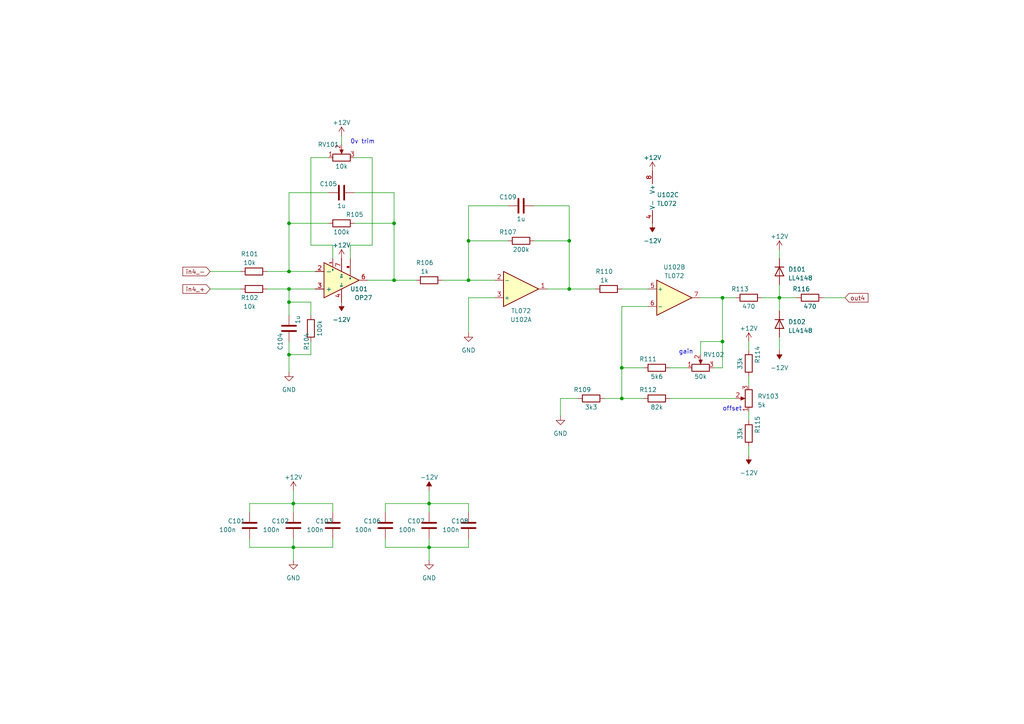
<source format=kicad_sch>
(kicad_sch (version 20230121) (generator eeschema)
  (paper "A4")
  (lib_symbols
    (symbol "Amplifier_Operational:TL072" (pin_names (offset 0.127))
      (property "Reference" "U" (at 0 5.08 0))
      (property "Value" "TL072" (at 0 -5.08 0))
      (symbol "TL072_1_1"
        (polyline (pts (xy -5.08 5.08) (xy 5.08 0) (xy -5.08 -5.08) (xy -5.08 5.08)) (stroke (width 0.254)) (fill (type background)))
        (pin output line (at 7.62 0 180) (length 2.54) (name "~") (number "1"))
        (pin input line (at -7.62 -2.54 0) (length 2.54) (name "-") (number "2"))
        (pin input line (at -7.62 2.54 0) (length 2.54) (name "+") (number "3"))
      )
      (symbol "TL072_2_1"
        (polyline (pts (xy -5.08 5.08) (xy 5.08 0) (xy -5.08 -5.08) (xy -5.08 5.08)) (stroke (width 0.254)) (fill (type background)))
        (pin input line (at -7.62 2.54 0) (length 2.54) (name "+") (number "5"))
        (pin input line (at -7.62 -2.54 0) (length 2.54) (name "-") (number "6"))
        (pin output line (at 7.62 0 180) (length 2.54) (name "~") (number "7"))
      )
      (symbol "TL072_3_1"
        (pin power_in line (at -2.54 -7.62 90) (length 3.81) (name "V-") (number "4"))
        (pin power_in line (at -2.54 7.62 270) (length 3.81) (name "V+") (number "8"))
      )
    )
    (symbol "Device:C" (pin_numbers hide) (pin_names (offset 0.254))
      (property "Reference" "C" (at 0.635 2.54 0))
      (property "Value" "C" (at 0.635 -2.54 0))
      (symbol "C_0_1"
        (polyline (pts (xy -2.032 -0.762) (xy 2.032 -0.762)) (stroke (width 0.508)))
        (polyline (pts (xy -2.032 0.762) (xy 2.032 0.762)) (stroke (width 0.508)))
      )
      (symbol "C_1_1"
        (pin passive line (at 0 3.81 270) (length 2.794) (name "~") (number "1"))
        (pin passive line (at 0 -3.81 90) (length 2.794) (name "~") (number "2"))
      )
    )
    (symbol "Device:R" (pin_numbers hide) (pin_names (offset 0))
      (property "Reference" "R" (at 2.032 0 90))
      (property "Value" "R" (at 0 0 90))
      (symbol "R_0_1"
        (rectangle (start -1.016 -2.54) (end 1.016 2.54) (stroke (width 0.254)))
      )
      (symbol "R_1_1"
        (pin passive line (at 0 3.81 270) (length 1.27) (name "~") (number "1"))
        (pin passive line (at 0 -3.81 90) (length 1.27) (name "~") (number "2"))
      )
    )
    (symbol "Device:R_Potentiometer" (pin_names (offset 1.016) hide)
      (property "Reference" "RV" (at -4.445 0 90))
      (property "Value" "R_Potentiometer" (at -2.54 0 90))
      (symbol "R_Potentiometer_0_1"
        (polyline (pts (xy 2.54 0) (xy 1.524 0)))
        (polyline (pts (xy 1.143 0) (xy 2.286 0.508) (xy 2.286 -0.508) (xy 1.143 0)) (fill (type outline)))
        (rectangle (start 1.016 2.54) (end -1.016 -2.54) (stroke (width 0.254)))
      )
      (symbol "R_Potentiometer_1_1"
        (pin passive line (at 0 3.81 270) (length 1.27) (name "1") (number "1"))
        (pin passive line (at 3.81 0 180) (length 1.27) (name "2") (number "2"))
        (pin passive line (at 0 -3.81 90) (length 1.27) (name "3") (number "3"))
      )
    )
    (symbol "Diode:LL4148" (pin_numbers hide) (pin_names hide)
      (property "Reference" "D" (at 0 2.54 0))
      (property "Value" "LL4148" (at 0 -2.54 0))
      (symbol "LL4148_0_1"
        (polyline (pts (xy -1.27 1.27) (xy -1.27 -1.27)) (stroke (width 0.254)))
        (polyline (pts (xy 1.27 0) (xy -1.27 0)))
        (polyline (pts (xy 1.27 1.27) (xy 1.27 -1.27) (xy -1.27 0) (xy 1.27 1.27)) (stroke (width 0.254)))
      )
      (symbol "LL4148_1_1"
        (pin passive line (at -3.81 0 0) (length 2.54) (name "K") (number "1"))
        (pin passive line (at 3.81 0 180) (length 2.54) (name "A") (number "2"))
      )
    )
    (symbol "pff_ic:LT1677"
      (property "Reference" "U" (at 7.62 -5.08 0))
      (property "Value" "LT1677" (at 0 0 0))
      (symbol "LT1677_0_1"
        (polyline (pts (xy -3.81 5.08) (xy 6.35 0) (xy -3.81 -5.08) (xy -3.81 5.08)) (stroke (width 0.254)) (fill (type background)))
      )
      (symbol "LT1677_1_1"
        (pin input line (at -1.27 6.35 270) (length 2.5) (name "TRIM1") (number "1"))
        (pin input line (at -6.35 2.54 0) (length 2.54) (name "-") (number "2"))
        (pin input line (at -6.35 -2.54 0) (length 2.54) (name "+") (number "3"))
        (pin power_in line (at 1.27 -6.35 90) (length 3.81) (name "V-") (number "4"))
        (pin no_connect line (at -1.27 -5.08 90) (length 1.27) hide (name "NC") (number "5"))
        (pin output line (at 8.89 0 180) (length 2.54) (name "~") (number "6"))
        (pin power_in line (at 1.27 6.35 270) (length 3.81) (name "V+") (number "7"))
        (pin input line (at 3.81 6.35 270) (length 5) (name "TRIM8") (number "8"))
      )
    )
    (symbol "power:+12V" (power) (pin_names (offset 0))
      (property "Value" "+12V" (at 0 3.556 0))
      (symbol "+12V_0_1"
        (polyline (pts (xy -0.762 1.27) (xy 0 2.54)))
        (polyline (pts (xy 0 0) (xy 0 2.54)))
        (polyline (pts (xy 0 2.54) (xy 0.762 1.27)))
      )
      (symbol "+12V_1_1"
        (pin power_in line (at 0 0 90) (length 0) hide (name "+12V") (number "1"))
      )
    )
    (symbol "power:-12V" (power) (pin_names (offset 0))
      (property "Value" "-12V" (at 0 3.81 0))
      (symbol "-12V_0_0"
        (pin power_in line (at 0 0 90) (length 0) hide (name "-12V") (number "1"))
      )
      (symbol "-12V_0_1"
        (polyline (pts (xy 0 0) (xy 0 1.27) (xy 0.762 1.27) (xy 0 2.54) (xy -0.762 1.27) (xy 0 1.27)) (fill (type outline)))
      )
    )
    (symbol "power:GND" (power) (pin_names (offset 0))
      (property "Value" "GND" (at 0 -3.81 0))
      (symbol "GND_0_1"
        (polyline (pts (xy 0 0) (xy 0 -1.27) (xy 1.27 -1.27) (xy 0 -2.54) (xy -1.27 -1.27) (xy 0 -1.27)))
      )
      (symbol "GND_1_1"
        (pin power_in line (at 0 0 270) (length 0) hide (name "GND") (number "1"))
      )
    )
  )
  (junction (at 226.06 86.36))
  (junction (at 83.82 78.74))
  (junction (at 209.55 86.36))
  (junction (at 124.46 158.75))
  (junction (at 209.55 99.06))
  (junction (at 165.1 83.82))
  (junction (at 114.3 81.28))
  (junction (at 165.1 69.85))
  (junction (at 124.46 146.05))
  (junction (at 180.34 115.57))
  (junction (at 83.82 64.77))
  (junction (at 85.09 146.05))
  (junction (at 83.82 83.82))
  (junction (at 114.3 64.77))
  (junction (at 135.89 69.85))
  (junction (at 180.34 106.68))
  (junction (at 85.09 158.75))
  (junction (at 83.82 102.87))
  (junction (at 83.82 87.63))
  (junction (at 135.89 81.28))
  (wire (pts (xy 90.17 71.12) (xy 96.52 71.12)))
  (wire (pts (xy 83.82 102.87) (xy 90.17 102.87)))
  (wire (pts (xy 124.46 158.75) (xy 124.46 162.56)))
  (wire (pts (xy 135.89 86.36) (xy 135.89 96.52)))
  (wire (pts (xy 85.09 158.75) (xy 85.09 162.56)))
  (wire (pts (xy 194.31 115.57) (xy 213.36 115.57)))
  (wire (pts (xy 99.06 39.37) (xy 99.06 41.91)))
  (wire (pts (xy 186.69 106.68) (xy 180.34 106.68)))
  (wire (pts (xy 135.89 81.28) (xy 143.51 81.28)))
  (wire (pts (xy 85.09 158.75) (xy 96.52 158.75)))
  (wire (pts (xy 226.06 86.36) (xy 226.06 90.17)))
  (wire (pts (xy 60.96 78.74) (xy 69.85 78.74)))
  (wire (pts (xy 124.46 156.21) (xy 124.46 158.75)))
  (wire (pts (xy 226.06 86.36) (xy 231.14 86.36)))
  (wire (pts (xy 217.17 119.38) (xy 217.17 121.92)))
  (wire (pts (xy 154.94 59.69) (xy 165.1 59.69)))
  (wire (pts (xy 135.89 156.21) (xy 135.89 158.75)))
  (wire (pts (xy 217.17 129.54) (xy 217.17 132.08)))
  (wire (pts (xy 158.75 83.82) (xy 165.1 83.82)))
  (wire (pts (xy 60.96 83.82) (xy 69.85 83.82)))
  (wire (pts (xy 180.34 88.9) (xy 187.96 88.9)))
  (wire (pts (xy 83.82 87.63) (xy 83.82 83.82)))
  (wire (pts (xy 180.34 106.68) (xy 180.34 88.9)))
  (wire (pts (xy 124.46 158.75) (xy 135.89 158.75)))
  (wire (pts (xy 83.82 102.87) (xy 83.82 107.95)))
  (wire (pts (xy 72.39 146.05) (xy 85.09 146.05)))
  (wire (pts (xy 85.09 156.21) (xy 85.09 158.75)))
  (wire (pts (xy 111.76 146.05) (xy 124.46 146.05)))
  (wire (pts (xy 124.46 142.24) (xy 124.46 146.05)))
  (wire (pts (xy 203.2 99.06) (xy 209.55 99.06)))
  (wire (pts (xy 124.46 146.05) (xy 124.46 148.59)))
  (wire (pts (xy 83.82 91.44) (xy 83.82 87.63)))
  (wire (pts (xy 209.55 86.36) (xy 213.36 86.36)))
  (wire (pts (xy 111.76 156.21) (xy 111.76 158.75)))
  (wire (pts (xy 128.27 81.28) (xy 135.89 81.28)))
  (wire (pts (xy 180.34 115.57) (xy 175.26 115.57)))
  (wire (pts (xy 114.3 55.88) (xy 114.3 64.77)))
  (wire (pts (xy 220.98 86.36) (xy 226.06 86.36)))
  (wire (pts (xy 203.2 102.87) (xy 203.2 99.06)))
  (wire (pts (xy 180.34 83.82) (xy 187.96 83.82)))
  (wire (pts (xy 135.89 69.85) (xy 135.89 81.28)))
  (wire (pts (xy 194.31 106.68) (xy 199.39 106.68)))
  (wire (pts (xy 180.34 106.68) (xy 180.34 115.57)))
  (wire (pts (xy 96.52 156.21) (xy 96.52 158.75)))
  (wire (pts (xy 90.17 87.63) (xy 83.82 87.63)))
  (wire (pts (xy 111.76 148.59) (xy 111.76 146.05)))
  (wire (pts (xy 114.3 64.77) (xy 114.3 81.28)))
  (wire (pts (xy 209.55 99.06) (xy 209.55 86.36)))
  (wire (pts (xy 83.82 64.77) (xy 95.25 64.77)))
  (wire (pts (xy 167.64 115.57) (xy 162.56 115.57)))
  (wire (pts (xy 135.89 59.69) (xy 135.89 69.85)))
  (wire (pts (xy 102.87 64.77) (xy 114.3 64.77)))
  (wire (pts (xy 207.01 106.68) (xy 209.55 106.68)))
  (wire (pts (xy 101.6 71.12) (xy 101.6 74.93)))
  (wire (pts (xy 114.3 81.28) (xy 106.68 81.28)))
  (wire (pts (xy 217.17 109.22) (xy 217.17 111.76)))
  (wire (pts (xy 85.09 148.59) (xy 85.09 146.05)))
  (wire (pts (xy 226.06 97.79) (xy 226.06 101.6)))
  (wire (pts (xy 165.1 59.69) (xy 165.1 69.85)))
  (wire (pts (xy 77.47 83.82) (xy 83.82 83.82)))
  (wire (pts (xy 124.46 146.05) (xy 135.89 146.05)))
  (wire (pts (xy 83.82 83.82) (xy 91.44 83.82)))
  (wire (pts (xy 83.82 55.88) (xy 83.82 64.77)))
  (wire (pts (xy 209.55 86.36) (xy 203.2 86.36)))
  (wire (pts (xy 143.51 86.36) (xy 135.89 86.36)))
  (wire (pts (xy 95.25 55.88) (xy 83.82 55.88)))
  (wire (pts (xy 154.94 69.85) (xy 165.1 69.85)))
  (wire (pts (xy 114.3 81.28) (xy 120.65 81.28)))
  (wire (pts (xy 147.32 59.69) (xy 135.89 59.69)))
  (wire (pts (xy 95.25 45.72) (xy 90.17 45.72)))
  (wire (pts (xy 102.87 55.88) (xy 114.3 55.88)))
  (wire (pts (xy 72.39 148.59) (xy 72.39 146.05)))
  (wire (pts (xy 226.06 82.55) (xy 226.06 86.36)))
  (wire (pts (xy 85.09 142.24) (xy 85.09 146.05)))
  (wire (pts (xy 90.17 45.72) (xy 90.17 71.12)))
  (wire (pts (xy 107.95 71.12) (xy 101.6 71.12)))
  (wire (pts (xy 83.82 78.74) (xy 91.44 78.74)))
  (wire (pts (xy 217.17 99.06) (xy 217.17 101.6)))
  (wire (pts (xy 165.1 69.85) (xy 165.1 83.82)))
  (wire (pts (xy 226.06 72.39) (xy 226.06 74.93)))
  (wire (pts (xy 83.82 99.06) (xy 83.82 102.87)))
  (wire (pts (xy 102.87 45.72) (xy 107.95 45.72)))
  (wire (pts (xy 85.09 146.05) (xy 96.52 146.05)))
  (wire (pts (xy 209.55 106.68) (xy 209.55 99.06)))
  (wire (pts (xy 165.1 83.82) (xy 172.72 83.82)))
  (wire (pts (xy 90.17 91.44) (xy 90.17 87.63)))
  (wire (pts (xy 77.47 78.74) (xy 83.82 78.74)))
  (wire (pts (xy 96.52 148.59) (xy 96.52 146.05)))
  (wire (pts (xy 107.95 45.72) (xy 107.95 71.12)))
  (wire (pts (xy 238.76 86.36) (xy 245.11 86.36)))
  (wire (pts (xy 72.39 158.75) (xy 85.09 158.75)))
  (wire (pts (xy 72.39 156.21) (xy 72.39 158.75)))
  (wire (pts (xy 180.34 115.57) (xy 186.69 115.57)))
  (wire (pts (xy 111.76 158.75) (xy 124.46 158.75)))
  (wire (pts (xy 162.56 115.57) (xy 162.56 120.65)))
  (wire (pts (xy 83.82 64.77) (xy 83.82 78.74)))
  (wire (pts (xy 135.89 148.59) (xy 135.89 146.05)))
  (wire (pts (xy 96.52 71.12) (xy 96.52 74.93)))
  (wire (pts (xy 135.89 69.85) (xy 147.32 69.85)))
  (wire (pts (xy 90.17 102.87) (xy 90.17 99.06)))
  (text "gain" (at 196.85 102.87 0) (effects (font (size 1.27 1.27)) (justify left bottom)))
  (text "0v trim" (at 101.6 41.91 0) (effects (font (size 1.27 1.27)) (justify left bottom)))
  (text "offset" (at 209.55 119.38 0) (effects (font (size 1.27 1.27)) (justify left bottom)))
  (global_label "out4" (shape input) (at 245.11 86.36 0) (property "Intersheetrefs" "${INTERSHEET_REFS}" (effects hide)))
  (global_label "in4_+" (shape input) (at 60.96 83.82 180) (property "Intersheetrefs" "${INTERSHEET_REFS}" (effects hide)))
  (global_label "in4_-" (shape input) (at 60.96 78.74 180) (property "Intersheetrefs" "${INTERSHEET_REFS}" (effects hide)))
  (symbol (lib_id "Device:C") (at 83.82 95.25 180) (unit 1)
    (property "Reference" "C104" (at 81.28 99.06 90))
    (property "Value" "1u" (at 86.36 92.71 90))
    (property "Footprint" "Capacitor_THT:C_Rect_L7.2mm_W7.2mm_P5.00mm_FKS2_FKP2_MKS2_MKP2" (effects hide))
    (instances (project "amp_green_island" (path "" (reference "C104") (unit 1)) (path "" (reference "C401") (unit 1))))
  )
  (symbol (lib_id "Device:R") (at 171.45 115.57 90) (unit 1)
    (property "Reference" "R109" (at 168.91 113.03 90))
    (property "Value" "3k3" (at 171.45 118.11 90))
    (property "Footprint" "Resistor_SMD:R_MiniMELF_MMA-0204" (effects hide))
    (instances (project "amp_green_island" (path "" (reference "R109") (unit 1)) (path "" (reference "R407") (unit 1))))
  )
  (symbol (lib_id "Device:R") (at 73.66 83.82 90) (unit 1)
    (property "Reference" "R102" (at 72.39 86.36 90))
    (property "Value" "10k" (at 72.39 88.9 90))
    (property "Footprint" "Resistor_SMD:R_0805_2012Metric_Pad1.20x1.40mm_HandSolder" (effects hide))
    (instances (project "amp_green_island" (path "" (reference "R102") (unit 1)) (path "" (reference "R402") (unit 1))))
  )
  (symbol (lib_id "Diode:LL4148") (at 226.06 78.74 270) (unit 1)
    (property "Reference" "D101" (at 228.6 78.105 90) (effects (justify left)))
    (property "Value" "LL4148" (at 228.6 80.645 90) (effects (justify left)))
    (property "Footprint" "Diode_SMD:D_MiniMELF" (effects hide))
    (property "Datasheet" "http://www.vishay.com/docs/85557/ll4148.pdf" (effects hide))
    (property "Sim.Device" "D" (effects hide))
    (property "Sim.Pins" "1=K 2=A" (effects hide))
    (instances (project "amp_green_island" (path "" (reference "D101") (unit 1)) (path "" (reference "D401") (unit 1))))
  )
  (symbol (lib_id "power:+12V") (at 85.09 142.24 0) (unit 1)
    (property "Reference" "#PWR0101" (effects hide))
    (property "Value" "+12V" (at 85.09 138.43 0))
    (instances (project "amp_green_island" (path "" (reference "#PWR0101") (unit 1)) (path "" (reference "#PWR0413") (unit 1))))
  )
  (symbol (lib_id "power:GND") (at 135.89 96.52 0) (unit 1)
    (property "Reference" "#PWR0109" (effects hide))
    (property "Value" "GND" (at 135.89 101.6 0))
    (instances (project "amp_green_island" (path "" (reference "#PWR0109") (unit 1)) (path "" (reference "#PWR0405") (unit 1))))
  )
  (symbol (lib_id "Device:C") (at 96.52 152.4 0) (unit 1)
    (property "Reference" "C103" (at 91.44 151.13 0) (effects (justify left)))
    (property "Value" "100n" (at 88.9 153.67 0) (effects (justify left)))
    (property "Footprint" "Capacitor_THT:C_Rect_L7.2mm_W4.5mm_P5.00mm_FKS2_FKP2_MKS2_MKP2" (effects hide))
    (instances (project "amp_green_island" (path "" (reference "C103") (unit 1)) (path "" (reference "C406") (unit 1))))
  )
  (symbol (lib_id "Device:R") (at 217.17 125.73 0) (unit 1)
    (property "Reference" "R115" (at 219.71 123.19 90))
    (property "Value" "33k" (at 214.63 125.73 90))
    (property "Footprint" "Resistor_SMD:R_MELF_MMB-0207" (effects hide))
    (instances (project "amp_green_island" (path "" (reference "R115") (unit 1)) (path "" (reference "R413") (unit 1))))
  )
  (symbol (lib_id "Device:R_Potentiometer") (at 203.2 106.68 90) (unit 1)
    (property "Reference" "RV102" (at 207.01 102.87 90))
    (property "Value" "50k" (at 203.2 109.22 90))
    (property "Footprint" "Potentiometer_SMD:Potentiometer_Bourns_3314G_Vertical" (effects hide))
    (instances (project "amp_green_island" (path "" (reference "RV102") (unit 1)) (path "" (reference "RV402") (unit 1))))
  )
  (symbol (lib_id "Device:R") (at 190.5 115.57 90) (unit 1)
    (property "Reference" "R112" (at 187.96 113.03 90))
    (property "Value" "82k" (at 190.5 118.11 90))
    (property "Footprint" "Resistor_SMD:R_0805_2012Metric_Pad1.20x1.40mm_HandSolder" (effects hide))
    (instances (project "amp_green_island" (path "" (reference "R112") (unit 1)) (path "" (reference "R410") (unit 1))))
  )
  (symbol (lib_id "Device:C") (at 135.89 152.4 0) (unit 1)
    (property "Reference" "C108" (at 130.81 151.13 0) (effects (justify left)))
    (property "Value" "100n" (at 128.27 153.67 0) (effects (justify left)))
    (property "Footprint" "Capacitor_THT:C_Rect_L7.2mm_W4.5mm_P5.00mm_FKS2_FKP2_MKS2_MKP2" (effects hide))
    (instances (project "amp_green_island" (path "" (reference "C108") (unit 1)) (path "" (reference "C409") (unit 1))))
  )
  (symbol (lib_id "power:+12V") (at 99.06 39.37 0) (unit 1)
    (property "Reference" "#PWR0104" (effects hide))
    (property "Value" "+12V" (at 99.06 35.56 0))
    (instances (project "amp_green_island" (path "" (reference "#PWR0104") (unit 1)) (path "" (reference "#PWR0402") (unit 1))))
  )
  (symbol (lib_id "Device:C") (at 111.76 152.4 0) (unit 1)
    (property "Reference" "C106" (at 105.41 151.13 0) (effects (justify left)))
    (property "Value" "100n" (at 102.87 153.67 0) (effects (justify left)))
    (property "Footprint" "Capacitor_SMD:C_0805_2012Metric_Pad1.18x1.45mm_HandSolder" (effects hide))
    (instances (project "amp_green_island" (path "" (reference "C106") (unit 1)) (path "" (reference "C407") (unit 1))))
  )
  (symbol (lib_id "Device:R") (at 234.95 86.36 90) (unit 1)
    (property "Reference" "R116" (at 232.41 83.82 90))
    (property "Value" "470" (at 234.95 88.9 90))
    (property "Footprint" "Resistor_SMD:R_MELF_MMB-0207" (effects hide))
    (instances (project "amp_green_island" (path "" (reference "R116") (unit 1)) (path "" (reference "R414") (unit 1))))
  )
  (symbol (lib_id "Device:R") (at 217.17 105.41 0) (unit 1)
    (property "Reference" "R114" (at 219.71 102.87 90))
    (property "Value" "33k" (at 214.63 105.41 90))
    (property "Footprint" "Resistor_SMD:R_MELF_MMB-0207" (effects hide))
    (instances (project "amp_green_island" (path "" (reference "R114") (unit 1)) (path "" (reference "R412") (unit 1))))
  )
  (symbol (lib_id "Device:R_Potentiometer") (at 99.06 45.72 90) (unit 1)
    (property "Reference" "RV101" (at 95.25 41.91 90))
    (property "Value" "10k" (at 99.06 48.26 90))
    (property "Footprint" "Potentiometer_SMD:Potentiometer_Bourns_3314G_Vertical" (effects hide))
    (instances (project "amp_green_island" (path "" (reference "RV101") (unit 1)) (path "" (reference "RV401") (unit 1))))
  )
  (symbol (lib_id "Device:R") (at 217.17 86.36 90) (unit 1)
    (property "Reference" "R113" (at 214.63 83.82 90))
    (property "Value" "470" (at 217.17 88.9 90))
    (property "Footprint" "Resistor_SMD:R_MELF_MMB-0207" (effects hide))
    (instances (project "amp_green_island" (path "" (reference "R113") (unit 1)) (path "" (reference "R411") (unit 1))))
  )
  (symbol (lib_id "power:GND") (at 162.56 120.65 0) (unit 1)
    (property "Reference" "#PWR0110" (effects hide))
    (property "Value" "GND" (at 162.56 125.73 0))
    (instances (project "amp_green_island" (path "" (reference "#PWR0110") (unit 1)) (path "" (reference "#PWR0406") (unit 1))))
  )
  (symbol (lib_id "power:GND") (at 124.46 162.56 0) (unit 1)
    (property "Reference" "#PWR0108" (effects hide))
    (property "Value" "GND" (at 124.46 167.64 0))
    (instances (project "amp_green_island" (path "" (reference "#PWR0108") (unit 1)) (path "" (reference "#PWR0416") (unit 1))))
  )
  (symbol (lib_id "power:GND") (at 83.82 107.95 0) (unit 1)
    (property "Reference" "#PWR0103" (effects hide))
    (property "Value" "GND" (at 83.82 113.03 0))
    (instances (project "amp_green_island" (path "" (reference "#PWR0103") (unit 1)) (path "" (reference "#PWR0401") (unit 1))))
  )
  (symbol (lib_id "Amplifier_Operational:TL072") (at 151.13 83.82 0) (mirror x) (unit 1)
    (property "Reference" "U102" (at 151.13 92.71 0))
    (property "Value" "TL072" (at 151.13 90.17 0))
    (property "Footprint" "Package_SO:SOIC-8-1EP_3.9x4.9mm_P1.27mm_EP2.41x3.81mm_ThermalVias" (effects hide))
    (property "Datasheet" "http://www.ti.com/lit/ds/symlink/tl071.pdf" (effects hide))
    (instances (project "amp_green_island" (path "" (reference "U102") (unit 1)) (path "" (reference "U402") (unit 1))))
  )
  (symbol (lib_id "power:-12V") (at 99.06 87.63 180) (unit 1)
    (property "Reference" "#PWR0106" (effects hide))
    (property "Value" "-12V" (at 99.06 92.71 0))
    (instances (project "amp_green_island" (path "" (reference "#PWR0106") (unit 1)) (path "" (reference "#PWR0404") (unit 1))))
  )
  (symbol (lib_id "Device:R") (at 190.5 106.68 90) (unit 1)
    (property "Reference" "R111" (at 187.96 104.14 90))
    (property "Value" "5k6" (at 190.5 109.22 90))
    (property "Footprint" "Resistor_SMD:R_0805_2012Metric_Pad1.20x1.40mm_HandSolder" (effects hide))
    (instances (project "amp_green_island" (path "" (reference "R111") (unit 1)) (path "" (reference "R409") (unit 1))))
  )
  (symbol (lib_id "power:+12V") (at 189.23 49.53 0) (unit 1)
    (property "Reference" "#PWR0111" (effects hide))
    (property "Value" "+12V" (at 189.23 45.72 0))
    (instances (project "amp_green_island" (path "" (reference "#PWR0111") (unit 1)) (path "" (reference "#PWR0407") (unit 1))))
  )
  (symbol (lib_id "Amplifier_Operational:TL072") (at 195.58 86.36 0) (unit 2)
    (property "Reference" "U102" (at 195.58 77.47 0))
    (property "Value" "TL072" (at 195.58 80.01 0))
    (property "Footprint" "Package_SO:SOIC-8-1EP_3.9x4.9mm_P1.27mm_EP2.41x3.81mm_ThermalVias" (effects hide))
    (property "Datasheet" "http://www.ti.com/lit/ds/symlink/tl071.pdf" (effects hide))
    (instances (project "amp_green_island" (path "" (reference "U102") (unit 2)) (path "" (reference "U402") (unit 2))))
  )
  (symbol (lib_id "Device:C") (at 85.09 152.4 0) (unit 1)
    (property "Reference" "C102" (at 78.74 151.13 0) (effects (justify left)))
    (property "Value" "100n" (at 76.2 153.67 0) (effects (justify left)))
    (property "Footprint" "Capacitor_SMD:C_0805_2012Metric_Pad1.18x1.45mm_HandSolder" (effects hide))
    (instances (project "amp_green_island" (path "" (reference "C102") (unit 1)) (path "" (reference "C405") (unit 1))))
  )
  (symbol (lib_id "Device:R") (at 176.53 83.82 90) (unit 1)
    (property "Reference" "R110" (at 175.26 78.74 90))
    (property "Value" "1k" (at 175.26 81.28 90))
    (property "Footprint" "Resistor_SMD:R_0805_2012Metric_Pad1.20x1.40mm_HandSolder" (effects hide))
    (instances (project "amp_green_island" (path "" (reference "R110") (unit 1)) (path "" (reference "R408") (unit 1))))
  )
  (symbol (lib_id "Device:C") (at 151.13 59.69 90) (unit 1)
    (property "Reference" "C109" (at 147.32 57.15 90))
    (property "Value" "1u" (at 151.13 63.5 90))
    (property "Footprint" "Capacitor_THT:C_Rect_L7.2mm_W7.2mm_P5.00mm_FKS2_FKP2_MKS2_MKP2" (effects hide))
    (instances (project "amp_green_island" (path "" (reference "C109") (unit 1)) (path "" (reference "C403") (unit 1))))
  )
  (symbol (lib_id "Device:R") (at 73.66 78.74 90) (unit 1)
    (property "Reference" "R101" (at 72.39 73.66 90))
    (property "Value" "10k" (at 72.39 76.2 90))
    (property "Footprint" "Resistor_SMD:R_0805_2012Metric_Pad1.20x1.40mm_HandSolder" (effects hide))
    (instances (project "amp_green_island" (path "" (reference "R101") (unit 1)) (path "" (reference "R401") (unit 1))))
  )
  (symbol (lib_id "power:-12V") (at 189.23 64.77 180) (unit 1)
    (property "Reference" "#PWR0112" (effects hide))
    (property "Value" "-12V" (at 189.23 69.85 0))
    (instances (project "amp_green_island" (path "" (reference "#PWR0112") (unit 1)) (path "" (reference "#PWR0408") (unit 1))))
  )
  (symbol (lib_id "Device:C") (at 99.06 55.88 90) (unit 1)
    (property "Reference" "C105" (at 95.25 53.34 90))
    (property "Value" "1u" (at 99.06 59.69 90))
    (property "Footprint" "Capacitor_THT:C_Rect_L7.2mm_W7.2mm_P5.00mm_FKS2_FKP2_MKS2_MKP2" (effects hide))
    (instances (project "amp_green_island" (path "" (reference "C105") (unit 1)) (path "" (reference "C402") (unit 1))))
  )
  (symbol (lib_id "Device:R") (at 124.46 81.28 90) (unit 1)
    (property "Reference" "R106" (at 123.19 76.2 90))
    (property "Value" "1k" (at 123.19 78.74 90))
    (property "Footprint" "Resistor_SMD:R_0805_2012Metric_Pad1.20x1.40mm_HandSolder" (effects hide))
    (instances (project "amp_green_island" (path "" (reference "R106") (unit 1)) (path "" (reference "R405") (unit 1))))
  )
  (symbol (lib_id "Device:R") (at 151.13 69.85 90) (unit 1)
    (property "Reference" "R107" (at 147.32 67.31 90))
    (property "Value" "200k" (at 151.13 72.39 90))
    (property "Footprint" "Resistor_SMD:R_MiniMELF_MMA-0204" (effects hide))
    (instances (project "amp_green_island" (path "" (reference "R107") (unit 1)) (path "" (reference "R406") (unit 1))))
  )
  (symbol (lib_id "Device:R") (at 99.06 64.77 270) (mirror x) (unit 1)
    (property "Reference" "R105" (at 102.87 62.23 90))
    (property "Value" "100k" (at 99.06 67.31 90))
    (property "Footprint" "Resistor_SMD:R_0805_2012Metric_Pad1.20x1.40mm_HandSolder" (effects hide))
    (instances (project "amp_green_island" (path "" (reference "R105") (unit 1)) (path "" (reference "R404") (unit 1))))
  )
  (symbol (lib_id "power:-12V") (at 124.46 142.24 0) (unit 1)
    (property "Reference" "#PWR0107" (effects hide))
    (property "Value" "-12V" (at 124.46 138.43 0))
    (instances (project "amp_green_island" (path "" (reference "#PWR0107") (unit 1)) (path "" (reference "#PWR0415") (unit 1))))
  )
  (symbol (lib_id "pff_ic:LT1677") (at 97.79 81.28 0) (unit 1)
    (property "Reference" "U101" (at 104.14 83.82 0))
    (property "Value" "OP27" (at 105.41 86.36 0))
    (property "Footprint" "Package_SO:SO-8_3.9x4.9mm_P1.27mm" (effects hide))
    (property "Datasheet" "https://www.analog.com/media/en/technical-documentation/data-sheets/1677fa.pdf" (effects hide))
    (instances (project "amp_green_island" (path "" (reference "U101") (unit 1)) (path "" (reference "U401") (unit 1))))
  )
  (symbol (lib_id "Device:R") (at 90.17 95.25 180) (unit 1)
    (property "Reference" "R104" (at 88.9 99.06 90))
    (property "Value" "100k" (at 92.71 95.25 90))
    (property "Footprint" "Resistor_SMD:R_0805_2012Metric_Pad1.20x1.40mm_HandSolder" (effects hide))
    (instances (project "amp_green_island" (path "" (reference "R104") (unit 1)) (path "" (reference "R403") (unit 1))))
  )
  (symbol (lib_id "power:+12V") (at 99.06 74.93 0) (unit 1)
    (property "Reference" "#PWR0105" (effects hide))
    (property "Value" "+12V" (at 99.06 71.12 0))
    (instances (project "amp_green_island" (path "" (reference "#PWR0105") (unit 1)) (path "" (reference "#PWR0403") (unit 1))))
  )
  (symbol (lib_id "power:-12V") (at 217.17 132.08 180) (unit 1)
    (property "Reference" "#PWR0114" (effects hide))
    (property "Value" "-12V" (at 217.17 137.16 0))
    (instances (project "amp_green_island" (path "" (reference "#PWR0114") (unit 1)) (path "" (reference "#PWR0410") (unit 1))))
  )
  (symbol (lib_id "Amplifier_Operational:TL072") (at 191.77 57.15 0) (unit 3)
    (property "Reference" "U102" (at 190.5 56.515 0) (effects (justify left)))
    (property "Value" "TL072" (at 190.5 59.055 0) (effects (justify left)))
    (property "Footprint" "Package_SO:SOIC-8-1EP_3.9x4.9mm_P1.27mm_EP2.41x3.81mm_ThermalVias" (effects hide))
    (property "Datasheet" "http://www.ti.com/lit/ds/symlink/tl071.pdf" (effects hide))
    (instances (project "amp_green_island" (path "" (reference "U102") (unit 3)) (path "" (reference "U402") (unit 3))))
  )
  (symbol (lib_id "power:+12V") (at 226.06 72.39 0) (unit 1)
    (property "Reference" "#PWR0115" (effects hide))
    (property "Value" "+12V" (at 226.06 68.58 0))
    (instances (project "amp_green_island" (path "" (reference "#PWR0115") (unit 1)) (path "" (reference "#PWR0411") (unit 1))))
  )
  (symbol (lib_id "power:GND") (at 85.09 162.56 0) (unit 1)
    (property "Reference" "#PWR0102" (effects hide))
    (property "Value" "GND" (at 85.09 167.64 0))
    (instances (project "amp_green_island" (path "" (reference "#PWR0102") (unit 1)) (path "" (reference "#PWR0414") (unit 1))))
  )
  (symbol (lib_id "power:-12V") (at 226.06 101.6 180) (unit 1)
    (property "Reference" "#PWR0116" (effects hide))
    (property "Value" "-12V" (at 226.06 106.68 0))
    (instances (project "amp_green_island" (path "" (reference "#PWR0116") (unit 1)) (path "" (reference "#PWR0412") (unit 1))))
  )
  (symbol (lib_id "power:+12V") (at 217.17 99.06 0) (unit 1)
    (property "Reference" "#PWR0113" (effects hide))
    (property "Value" "+12V" (at 217.17 95.25 0))
    (instances (project "amp_green_island" (path "" (reference "#PWR0113") (unit 1)) (path "" (reference "#PWR0409") (unit 1))))
  )
  (symbol (lib_id "Device:R_Potentiometer") (at 217.17 115.57 180) (unit 1)
    (property "Reference" "RV103" (at 219.71 114.935 0) (effects (justify right)))
    (property "Value" "5k" (at 219.71 117.475 0) (effects (justify right)))
    (property "Footprint" "Potentiometer_SMD:Potentiometer_Bourns_3314G_Vertical" (effects hide))
    (instances (project "amp_green_island" (path "" (reference "RV103") (unit 1)) (path "" (reference "RV403") (unit 1))))
  )
  (symbol (lib_id "Diode:LL4148") (at 226.06 93.98 270) (unit 1)
    (property "Reference" "D102" (at 228.6 93.345 90) (effects (justify left)))
    (property "Value" "LL4148" (at 228.6 95.885 90) (effects (justify left)))
    (property "Footprint" "Diode_SMD:D_MiniMELF" (effects hide))
    (property "Datasheet" "http://www.vishay.com/docs/85557/ll4148.pdf" (effects hide))
    (property "Sim.Device" "D" (effects hide))
    (property "Sim.Pins" "1=K 2=A" (effects hide))
    (instances (project "amp_green_island" (path "" (reference "D102") (unit 1)) (path "" (reference "D402") (unit 1))))
  )
  (symbol (lib_id "Device:C") (at 124.46 152.4 0) (unit 1)
    (property "Reference" "C107" (at 118.11 151.13 0) (effects (justify left)))
    (property "Value" "100n" (at 115.57 153.67 0) (effects (justify left)))
    (property "Footprint" "Capacitor_SMD:C_0805_2012Metric_Pad1.18x1.45mm_HandSolder" (effects hide))
    (instances (project "amp_green_island" (path "" (reference "C107") (unit 1)) (path "" (reference "C408") (unit 1))))
  )
  (symbol (lib_id "Device:C") (at 72.39 152.4 0) (unit 1)
    (property "Reference" "C101" (at 66.04 151.13 0) (effects (justify left)))
    (property "Value" "100n" (at 63.5 153.67 0) (effects (justify left)))
    (property "Footprint" "Capacitor_SMD:C_0805_2012Metric_Pad1.18x1.45mm_HandSolder" (effects hide))
    (instances (project "amp_green_island" (path "" (reference "C101") (unit 1)) (path "" (reference "C404") (unit 1))))
  )
)
</source>
